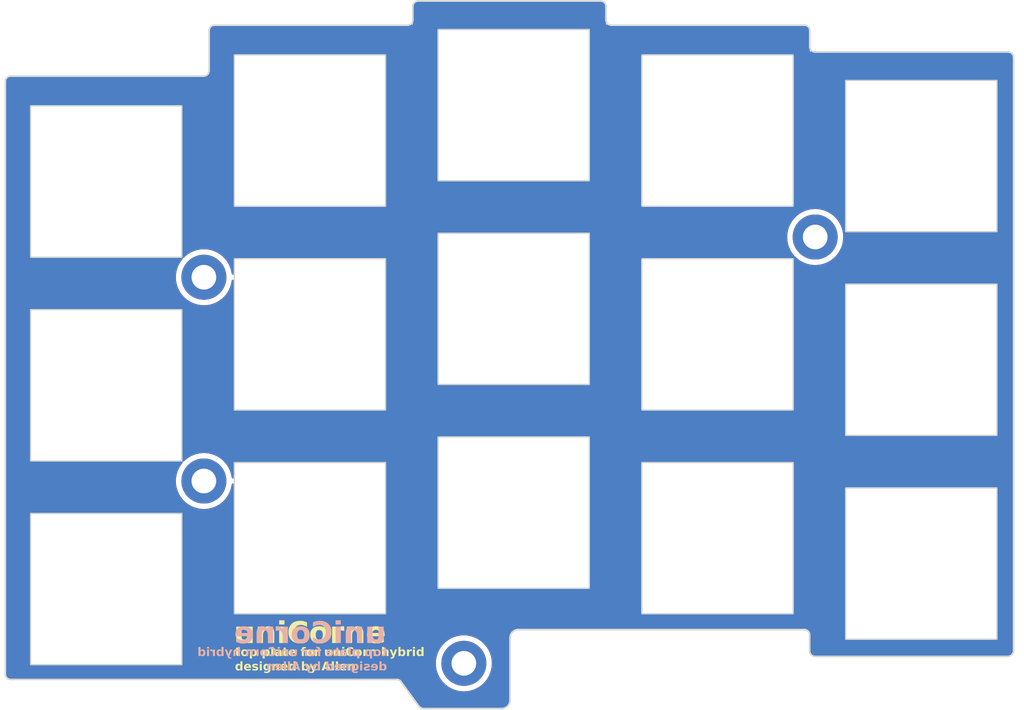
<source format=kicad_pcb>
(kicad_pcb (version 20221018) (generator pcbnew)
  (layers (0 "F.Cu" signal) (31 "B.Cu" signal) (34 "B.Paste" user) (35 "F.Paste" user) (36 "B.SilkS" user "B.Silkscreen") (37 "F.SilkS" user "F.Silkscreen") (38 "B.Mask" user) (39 "F.Mask" user) (44 "Edge.Cuts" user))
  (net 0 "")
  (net 1 "GND")
  (footprint "KBD_PARTS:M2_Hole_TH" (layer "F.Cu") (at 98.46 105.85)
    (fp_text reference "H6" hide)
    (fp_text value "MountingHole")
    (pad "" thru_hole circle (at 0 0) (size 4.2 4.2) (drill 2.3) (layers "*.Cu" "*.Mask"))
  )
  (footprint "KBD_PARTS:M2_Hole_TH" (layer "F.Cu") (at 122.7 122.85)
    (fp_text reference "H4" hide)
    (fp_text value "MountingHole")
    (pad "" thru_hole circle (at 0 0) (size 4.2 4.2) (drill 2.3) (layers "*.Cu" "*.Mask"))
  )
  (footprint "KBD_PARTS:M2_Hole_TH" (layer "F.Cu") (at 98.46 86.85)
    (fp_text reference "H7" hide)
    (fp_text value "MountingHole")
    (pad "" thru_hole circle (at 0 0) (size 4.2 4.2) (drill 2.3) (layers "*.Cu" "*.Mask"))
  )
  (footprint "KBD_PARTS:M2_Hole_TH" (layer "F.Cu") (at 155.46 83.1)
    (fp_text reference "H5" hide)
    (fp_text value "MountingHole")
    (pad "" thru_hole circle (at 0 0) (size 4.2 4.2) (drill 2.3) (layers "*.Cu" "*.Mask"))
  )
  (footprint "KBD_PARTS:SW_hole_14x14" (layer "B.Cu") (at 127.35 89.7996 180)
    (fp_text reference "SW8" hide)
    (fp_text value "SW_MX_HS" hide)
    (fp_rect (start -7.05 7.05) (end 7.05 -7.05) (stroke (width 0.12)) (fill none) (layer "Edge.Cuts"))
  )
  (footprint "KBD_PARTS:SW_hole_14x14" (layer "B.Cu") (at 89.35 77.9246 180)
    (fp_text reference "SW1" hide)
    (fp_text value "SW_MX_HS" hide)
    (fp_rect (start -7.05 7.05) (end 7.05 -7.05) (stroke (width 0.12)) (fill none) (layer "Edge.Cuts"))
  )
  (footprint "KBD_PARTS:SW_hole_14x14" (layer "B.Cu") (at 165.35 113.5496 180)
    (fp_text reference "SW15" hide)
    (fp_text value "SW_MX_HS" hide)
    (fp_rect (start -7.05 7.05) (end 7.05 -7.05) (stroke (width 0.12)) (fill none) (layer "Edge.Cuts"))
  )
  (footprint "KBD_PARTS:SW_hole_14x14" (layer "B.Cu") (at 89.35 115.9246 180)
    (fp_text reference "SW11" hide)
    (fp_text value "SW_MX_HS" hide)
    (fp_rect (start -7.05 7.05) (end 7.05 -7.05) (stroke (width 0.12)) (fill none) (layer "Edge.Cuts"))
  )
  (footprint "KBD_PARTS:SW_hole_14x14" (layer "B.Cu") (at 146.35 92.1746 180)
    (fp_text reference "SW9" hide)
    (fp_text value "SW_MX_HS" hide)
    (fp_rect (start -7.05 7.05) (end 7.05 -7.05) (stroke (width 0.12)) (fill none) (layer "Edge.Cuts"))
  )
  (footprint "KBD_PARTS:SW_hole_14x14" (layer "B.Cu") (at 89.35 96.9246 180)
    (fp_text reference "SW6" hide)
    (fp_text value "SW_MX_HS" hide)
    (fp_rect (start -7.05 7.05) (end 7.05 -7.05) (stroke (width 0.12)) (fill none) (layer "Edge.Cuts"))
  )
  (footprint "KBD_PARTS:SW_hole_14x14" (layer "B.Cu") (at 146.35 73.1746 180)
    (fp_text reference "SW4" hide)
    (fp_text value "SW_MX_HS" hide)
    (fp_rect (start -7.05 7.05) (end 7.05 -7.05) (stroke (width 0.12)) (fill none) (layer "Edge.Cuts"))
  )
  (footprint "KBD_PARTS:SW_hole_14x14" (layer "B.Cu") (at 146.35 111.1746 180)
    (fp_text reference "SW14" hide)
    (fp_text value "SW_MX_HS" hide)
    (fp_rect (start -7.05 7.05) (end 7.05 -7.05) (stroke (width 0.12)) (fill none) (layer "Edge.Cuts"))
  )
  (footprint "KBD_PARTS:SW_hole_14x14" (layer "B.Cu") (at 108.35 73.1746 180)
    (fp_text reference "SW2" hide)
    (fp_text value "SW_MX_HS" hide)
    (fp_rect (start -7.05 7.05) (end 7.05 -7.05) (stroke (width 0.12)) (fill none) (layer "Edge.Cuts"))
  )
  (footprint "KBD_PARTS:SW_hole_14x14" (layer "B.Cu") (at 165.35 75.5496 180)
    (fp_text reference "SW5" hide)
    (fp_text value "SW_MX_HS" hide)
    (fp_rect (start -7.05 7.05) (end 7.05 -7.05) (stroke (width 0.12)) (fill none) (layer "Edge.Cuts"))
  )
  (footprint "KBD_PARTS:SW_hole_14x14" (layer "B.Cu") (at 127.35 108.7996 180)
    (fp_text reference "SW13" hide)
    (fp_text value "SW_MX_HS" hide)
    (fp_rect (start -7.05 7.05) (end 7.05 -7.05) (stroke (width 0.12)) (fill none) (layer "Edge.Cuts"))
  )
  (footprint "KBD_PARTS:SW_hole_14x14" (layer "B.Cu") (at 165.35 94.5496 180)
    (fp_text reference "SW10" hide)
    (fp_text value "SW_MX_HS" hide)
    (fp_rect (start -7.05 7.05) (end 7.05 -7.05) (stroke (width 0.12)) (fill none) (layer "Edge.Cuts"))
  )
  (footprint "KBD_PARTS:SW_hole_14x14" (layer "B.Cu") (at 127.35 70.7996 180)
    (fp_text reference "SW3" hide)
    (fp_text value "SW_MX_HS" hide)
    (fp_rect (start -7.05 7.05) (end 7.05 -7.05) (stroke (width 0.12)) (fill none) (layer "Edge.Cuts"))
  )
  (footprint "KBD_PARTS:SW_hole_14x14" (layer "B.Cu") (at 108.35 92.1746 180)
    (fp_text reference "SW7" hide)
    (fp_text value "SW_MX_HS" hide)
    (fp_rect (start -7.05 7.05) (end 7.05 -7.05) (stroke (width 0.12)) (fill none) (layer "Edge.Cuts"))
  )
  (footprint "KBD_PARTS:SW_hole_14x14" (layer "B.Cu") (at 108.35 111.1746 180)
    (fp_text reference "SW12" hide)
    (fp_text value "SW_MX_HS" hide)
    (fp_rect (start -7.05 7.05) (end 7.05 -7.05) (stroke (width 0.12)) (fill none) (layer "Edge.Cuts"))
  )
  (gr_line (start 173.45 65.85) (end 155.45 65.85) (stroke (width 0.15)) (layer "Edge.Cuts"))
  (gr_line (start 154.95 65.35) (end 154.95 63.85) (stroke (width 0.15)) (layer "Edge.Cuts"))
  (gr_line (start 154.45 119.7) (end 127.75 119.7) (stroke (width 0.15)) (layer "Edge.Cuts"))
  (gr_line (start 173.45 122.2) (end 155.45 122.2) (stroke (width 0.15)) (layer "Edge.Cuts"))
  (gr_line (start 116.8 124.5) (end 118.53 126.87) (stroke (width 0.15)) (layer "Edge.Cuts"))
  (gr_line (start 154.45 63.35) (end 136.45 63.35) (stroke (width 0.15)) (layer "Edge.Cuts"))
  (gr_arc (start 136.45 63.35) (mid 136.096447 63.203553) (end 135.95 62.85) (stroke (width 0.15)) (layer "Edge.Cuts"))
  (gr_arc (start 127 120.5) (mid 127.209315 119.944671) (end 127.75 119.7) (stroke (width 0.15)) (layer "Edge.Cuts"))
  (gr_arc (start 135.45 61.1) (mid 135.803553 61.246447) (end 135.95 61.6) (stroke (width 0.15)) (layer "Edge.Cuts"))
  (gr_line (start 135.95 62.85) (end 135.95 61.6) (stroke (width 0.15)) (layer "Edge.Cuts"))
  (gr_arc (start 98.95 67.6) (mid 98.803553 67.953553) (end 98.45 68.1) (stroke (width 0.15)) (layer "Edge.Cuts"))
  (gr_arc (start 119 127.06) (mid 118.744307 127.016188) (end 118.53 126.87) (stroke (width 0.15)) (layer "Edge.Cuts"))
  (gr_line (start 126.25 127.06) (end 119 127.06) (stroke (width 0.15)) (layer "Edge.Cuts"))
  (gr_arc (start 117.95 62.85) (mid 117.803553 63.203553) (end 117.45 63.35) (stroke (width 0.15)) (layer "Edge.Cuts"))
  (gr_line (start 117.45 63.35) (end 99.45 63.35) (stroke (width 0.15)) (layer "Edge.Cuts"))
  (gr_arc (start 127 126.26) (mid 126.790685 126.81533) (end 126.25 127.06) (stroke (width 0.15)) (layer "Edge.Cuts"))
  (gr_line (start 127 126.26) (end 127 120.5) (stroke (width 0.15)) (layer "Edge.Cuts"))
  (gr_arc (start 98.95 63.85) (mid 99.096447 63.496447) (end 99.45 63.35) (stroke (width 0.15)) (layer "Edge.Cuts"))
  (gr_arc (start 154.45 63.35) (mid 154.803553 63.496447) (end 154.95 63.85) (stroke (width 0.15)) (layer "Edge.Cuts"))
  (gr_line (start 135.45 61.1) (end 118.45 61.1) (stroke (width 0.15)) (layer "Edge.Cuts"))
  (gr_line (start 79.95 68.6) (end 79.95 123.85) (stroke (width 0.15)) (layer "Edge.Cuts"))
  (gr_line (start 116.45 124.35) (end 80.45 124.35) (stroke (width 0.15)) (layer "Edge.Cuts"))
  (gr_arc (start 117.95 61.6) (mid 118.096447 61.246447) (end 118.45 61.1) (stroke (width 0.15)) (layer "Edge.Cuts"))
  (gr_arc (start 155.45 122.2) (mid 155.096447 122.053553) (end 154.95 121.7) (stroke (width 0.15)) (layer "Edge.Cuts"))
  (gr_line (start 173.95 66.35) (end 173.95 121.6) (stroke (width 0.15)) (layer "Edge.Cuts"))
  (gr_arc (start 154.45 119.7) (mid 154.803553 119.846447) (end 154.95 120.2) (stroke (width 0.15)) (layer "Edge.Cuts"))
  (gr_arc (start 80.45 124.35) (mid 80.096447 124.203553) (end 79.95 123.85) (stroke (width 0.15)) (layer "Edge.Cuts"))
  (gr_line (start 98.45 68.1) (end 80.45 68.1) (stroke (width 0.15)) (layer "Edge.Cuts"))
  (gr_arc (start 79.95 68.6) (mid 80.096447 68.246447) (end 80.45 68.1) (stroke (width 0.15)) (layer "Edge.Cuts"))
  (gr_line (start 98.95 63.85) (end 98.95 67.6) (stroke (width 0.15)) (layer "Edge.Cuts"))
  (gr_line (start 154.95 121.7) (end 154.95 120.2) (stroke (width 0.15)) (layer "Edge.Cuts"))
  (gr_line (start 117.95 61.6) (end 117.95 62.85) (stroke (width 0.15)) (layer "Edge.Cuts"))
  (gr_arc (start 173.95 121.6) (mid 173.824262 122.003552) (end 173.45 122.2) (stroke (width 0.15)) (layer "Edge.Cuts"))
  (gr_arc (start 116.45 124.35) (mid 116.641342 124.38806) (end 116.803553 124.496447) (stroke (width 0.15)) (layer "Edge.Cuts"))
  (gr_arc (start 173.45 65.85) (mid 173.803553 65.996447) (end 173.95 66.35) (stroke (width 0.15)) (layer "Edge.Cuts"))
  (gr_arc (start 155.45 65.85) (mid 155.096447 65.703553) (end 154.95 65.35) (stroke (width 0.15)) (layer "Edge.Cuts"))
  (gr_text "uniCorne" (at 115.45 121.3) (layer "B.SilkS") (effects (font (size 2 2) (thickness 0.3) bold) (justify left bottom mirror)))
  (gr_text "top plate for uniCorn hybrid\ndesigned by Allen" (at 115.541834 123.65) (layer "B.SilkS") (effects (font (size 0.8 0.8) (thickness 0.2) bold) (justify left bottom mirror)))
  (gr_text "top plate for uniCorn hybrid\ndesigned by Allen" (at 101.35 123.65) (layer "F.SilkS") (effects (font (size 0.8 0.8) (thickness 0.2) bold) (justify left bottom)))
  (gr_text "uniCorne" (at 101.258166 121.3) (layer "F.SilkS") (effects (font (size 2 2) (thickness 0.3) bold) (justify left bottom)))
  (zone (net 1) (net_name "GND") (layers "F&B.Cu") (connect_pads yes (clearance 0.508)) (min_thickness 0.254) (fill yes (thermal_gap 0.508) (thermal_bridge_width 0.508))
    (polygon (pts (xy 174.09 122.31) (xy 173.95 68) (xy 173.95 65.8) (xy 154.95 65.8) (xy 154.95 63.3) (xy 135.95 63.3) (xy 135.95 61) (xy 117.95 61) (xy 117.95 63.3) (xy 98.75 63.3) (xy 98.85 68) (xy 79.45 67.95) (xy 79.65 124.65) (xy 116.55 124.3) (xy 118.84 127.24) (xy 127.97 127.18) (xy 128.02 119.86) (xy 154.76 119.84) (xy 154.72 122.21)))
  )
)
</source>
